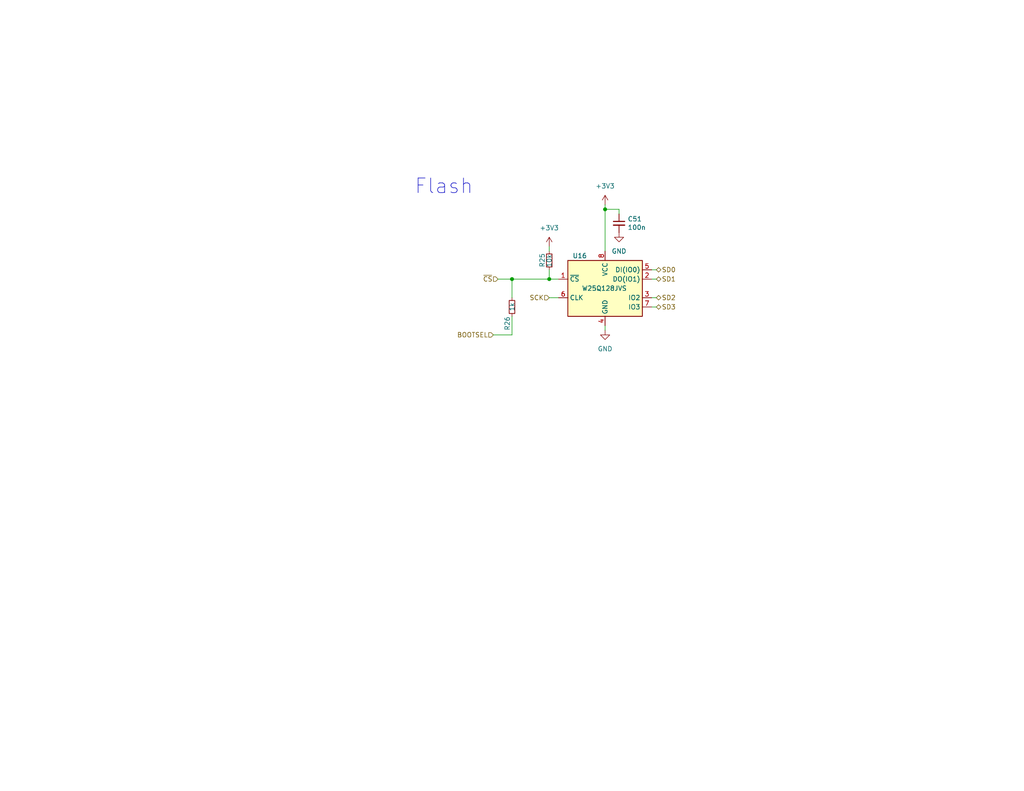
<source format=kicad_sch>
(kicad_sch (version 20211123) (generator eeschema)
  (paper "A")
  (title_block (title "CBM PET Mainboard Replacement"))
  (lib_symbols
    (symbol "Device:C_Small" (pin_numbers hide) (pin_names (offset 0.254) hide)
      (property "Reference" "C" (at 0.254 1.778 0))
      (property "Value" "C_Small" (at 0.254 -2.032 0))
      (symbol "C_Small_0_1"
        (polyline (pts (xy -1.524 -0.508) (xy 1.524 -0.508)) (stroke (width 0.3302)))
        (polyline (pts (xy -1.524 0.508) (xy 1.524 0.508)) (stroke (width 0.3048)))
      )
      (symbol "C_Small_1_1"
        (pin passive line (at 0 2.54 270) (length 2.032) (name "~") (number "1"))
        (pin passive line (at 0 -2.54 90) (length 2.032) (name "~") (number "2"))
      )
    )
    (symbol "Device:R_Small" (pin_numbers hide) (pin_names (offset 0.254) hide)
      (property "Reference" "R" (at 0.762 0.508 0))
      (property "Value" "R_Small" (at 0.762 -1.016 0))
      (symbol "R_Small_0_1"
        (rectangle (start -0.762 1.778) (end 0.762 -1.778) (stroke (width 0.2032)))
      )
      (symbol "R_Small_1_1"
        (pin passive line (at 0 2.54 270) (length 0.762) (name "~") (number "1"))
        (pin passive line (at 0 -2.54 90) (length 0.762) (name "~") (number "2"))
      )
    )
    (symbol "Memory_Flash:W25Q128JVS"
      (property "Reference" "U" (at -8.89 8.89 0))
      (property "Value" "W25Q128JVS" (at 7.62 8.89 0))
      (symbol "W25Q128JVS_0_1"
        (rectangle (start -10.16 7.62) (end 10.16 -7.62) (stroke (width 0.254)) (fill (type background)))
      )
      (symbol "W25Q128JVS_1_1"
        (pin input line (at -12.7 2.54 0) (length 2.54) (name "~{CS}") (number "1"))
        (pin bidirectional line (at 12.7 2.54 180) (length 2.54) (name "DO(IO1)") (number "2"))
        (pin bidirectional line (at 12.7 -2.54 180) (length 2.54) (name "IO2") (number "3"))
        (pin power_in line (at 0 -10.16 90) (length 2.54) (name "GND") (number "4"))
        (pin bidirectional line (at 12.7 5.08 180) (length 2.54) (name "DI(IO0)") (number "5"))
        (pin input line (at -12.7 -2.54 0) (length 2.54) (name "CLK") (number "6"))
        (pin bidirectional line (at 12.7 -5.08 180) (length 2.54) (name "IO3") (number "7"))
        (pin power_in line (at 0 10.16 270) (length 2.54) (name "VCC") (number "8"))
      )
    )
    (symbol "power:+3V3" (power) (pin_names (offset 0))
      (property "Value" "+3V3" (at 0 3.556 0))
      (symbol "+3V3_0_1"
        (polyline (pts (xy -0.762 1.27) (xy 0 2.54)))
        (polyline (pts (xy 0 0) (xy 0 2.54)))
        (polyline (pts (xy 0 2.54) (xy 0.762 1.27)))
      )
      (symbol "+3V3_1_1"
        (pin power_in line (at 0 0 90) (length 0) hide (name "+3V3") (number "1"))
      )
    )
    (symbol "power:GND" (power) (pin_names (offset 0))
      (property "Value" "GND" (at 0 -3.81 0))
      (symbol "GND_0_1"
        (polyline (pts (xy 0 0) (xy 0 -1.27) (xy 1.27 -1.27) (xy 0 -2.54) (xy -1.27 -1.27) (xy 0 -1.27)))
      )
      (symbol "GND_1_1"
        (pin power_in line (at 0 0 270) (length 0) hide (name "GND") (number "1"))
      )
    )
  )
  (junction (at 149.86 76.2))
  (junction (at 139.7 76.2))
  (junction (at 165.1 57.15))
  (wire (pts (xy 179.07 76.2) (xy 177.8 76.2)))
  (wire (pts (xy 139.7 76.2) (xy 139.7 81.28)))
  (wire (pts (xy 149.86 76.2) (xy 152.4 76.2)))
  (wire (pts (xy 149.86 73.66) (xy 149.86 76.2)))
  (wire (pts (xy 165.1 57.15) (xy 165.1 68.58)))
  (wire (pts (xy 168.91 58.42) (xy 168.91 57.15)))
  (wire (pts (xy 165.1 88.9) (xy 165.1 90.17)))
  (wire (pts (xy 179.07 83.82) (xy 177.8 83.82)))
  (wire (pts (xy 179.07 73.66) (xy 177.8 73.66)))
  (wire (pts (xy 165.1 55.88) (xy 165.1 57.15)))
  (wire (pts (xy 179.07 81.28) (xy 177.8 81.28)))
  (wire (pts (xy 139.7 76.2) (xy 149.86 76.2)))
  (wire (pts (xy 149.86 81.28) (xy 152.4 81.28)))
  (wire (pts (xy 149.86 68.58) (xy 149.86 67.31)))
  (wire (pts (xy 134.62 91.44) (xy 139.7 91.44)))
  (wire (pts (xy 135.89 76.2) (xy 139.7 76.2)))
  (wire (pts (xy 165.1 57.15) (xy 168.91 57.15)))
  (wire (pts (xy 139.7 91.44) (xy 139.7 86.36)))
  (text "Flash" (at 113.03 53.34 0) (effects (font (size 4 4)) (justify left bottom)))
  (hierarchical_label "SD3" (shape bidirectional) (at 179.07 83.82 0))
  (hierarchical_label "SCK" (shape input) (at 149.86 81.28 180))
  (hierarchical_label "SD1" (shape bidirectional) (at 179.07 76.2 0))
  (hierarchical_label "BOOTSEL" (shape input) (at 134.62 91.44 180))
  (hierarchical_label "SD0" (shape bidirectional) (at 179.07 73.66 0))
  (hierarchical_label "SD2" (shape bidirectional) (at 179.07 81.28 0))
  (hierarchical_label "~{CS}" (shape input) (at 135.89 76.2 180))
  (symbol (lib_id "power:GND") (at 165.1 90.17 0) (unit 1)
    (property "Reference" "#PWR079" (effects hide))
    (property "Value" "GND" (at 165.1 95.25 0))
  )
  (symbol (lib_id "Device:R_Small") (at 149.86 71.12 0) (unit 1)
    (property "Reference" "R25" (at 147.955 73.025 90) (effects (justify left)))
    (property "Value" "10k" (at 149.86 73.025 90) (effects (justify left)))
    (property "Footprint" "Resistor_SMD:R_0402_1005Metric" (effects hide))
    (property "LCSC" "C25744" (effects hide))
  )
  (symbol (lib_id "power:+3V3") (at 149.86 67.31 0) (unit 1)
    (property "Reference" "#PWR077" (effects hide))
    (property "Value" "+3V3" (at 149.86 62.23 0))
  )
  (symbol (lib_id "Device:R_Small") (at 139.7 83.82 180) (unit 1)
    (property "Reference" "R26" (at 138.43 86.36 90) (effects (justify left)))
    (property "Value" "1k" (at 139.7 82.55 90) (effects (justify left)))
    (property "Footprint" "Resistor_SMD:R_0402_1005Metric" (effects hide))
    (property "LCSC" "C11702" (effects hide))
  )
  (symbol (lib_id "Device:C_Small") (at 168.91 60.96 0) (unit 1)
    (property "Reference" "C51" (at 171.2468 59.7916 0) (effects (justify left)))
    (property "Value" "100n" (at 171.2468 62.103 0) (effects (justify left)))
    (property "Footprint" "Capacitor_SMD:C_0402_1005Metric" (effects hide))
    (property "Datasheet" "https://datasheet.lcsc.com/lcsc/2304140030_Samsung-Electro-Mechanics-CL05B104KB54PNC_C307331.pdf" (effects hide))
    (property "LCSC" "C307331" (effects hide))
  )
  (symbol (lib_id "Memory_Flash:W25Q128JVS") (at 165.1 78.74 0) (unit 1)
    (property "Reference" "U16" (at 156.21 69.85 0) (effects (justify left)))
    (property "Value" "W25Q128JVS" (at 158.75 78.74 0) (effects (justify left)))
    (property "Footprint" "Package_SO:SOIC-8_5.23x5.23mm_P1.27mm" (effects hide))
    (property "LCSC" "C97521" (effects hide))
  )
  (symbol (lib_id "power:GND") (at 168.91 63.5 0) (unit 1)
    (property "Reference" "#PWR072" (effects hide))
    (property "Value" "GND" (at 168.91 68.58 0))
  )
  (symbol (lib_id "power:+3V3") (at 165.1 55.88 0) (unit 1)
    (property "Reference" "#PWR068" (effects hide))
    (property "Value" "+3V3" (at 165.1 50.8 0))
  )
)
</source>
